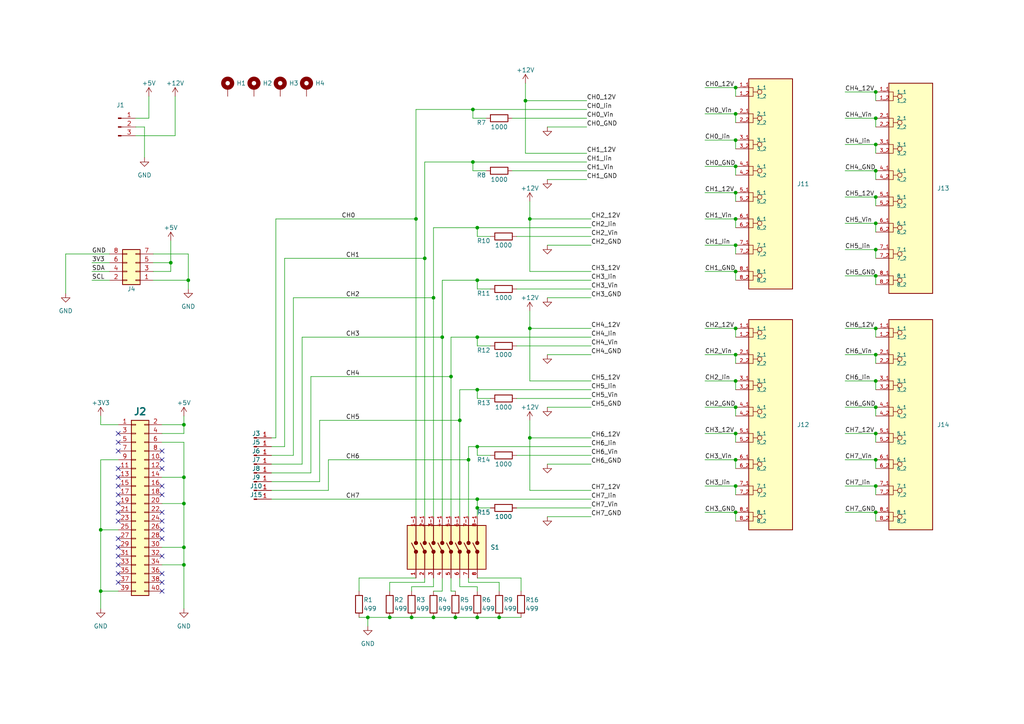
<source format=kicad_sch>
(kicad_sch (version 20250114) (generator "eeschema") (generator_version "9.0")
  (paper "A4")
  (title_block (title "DAQHat") (date "2025-05-28"))
  (lib_symbols
    (symbol "1862107:1862107" (pin_names (offset 1.016))
      (property "Reference" "J" (at -6.85 30.48 0))
      (property "Value" "1862107" (at -6.35 -33.02 0))
      (symbol "1862107_0_0"
        (rectangle (start -6.35 -30.48) (end 6.35 30.48) (stroke (width 0.254)) (fill (type background)))
        (polyline (pts (xy -5.08 27.94) (xy -5.08 25.4)) (stroke (width 0.1524)))
        (polyline (pts (xy -5.08 26.67) (xy -3.81 26.67)) (stroke (width 0.1524)))
        (polyline (pts (xy -5.08 20.32) (xy -5.08 17.78)) (stroke (width 0.1524)))
        (polyline (pts (xy -5.08 19.05) (xy -3.81 19.05)) (stroke (width 0.1524)))
        (polyline (pts (xy -5.08 12.7) (xy -5.08 10.16)) (stroke (width 0.1524)))
        (polyline (pts (xy -5.08 11.43) (xy -3.81 11.43)) (stroke (width 0.1524)))
        (polyline (pts (xy -5.08 5.08) (xy -5.08 2.54)) (stroke (width 0.1524)))
        (polyline (pts (xy -5.08 3.81) (xy -3.81 3.81)) (stroke (width 0.1524)))
        (polyline (pts (xy -5.08 -2.54) (xy -5.08 -5.08)) (stroke (width 0.1524)))
        (polyline (pts (xy -5.08 -3.81) (xy -3.81 -3.81)) (stroke (width 0.1524)))
        (polyline (pts (xy -5.08 -10.16) (xy -5.08 -12.7)) (stroke (width 0.1524)))
        (polyline (pts (xy -5.08 -11.43) (xy -3.81 -11.43)) (stroke (width 0.1524)))
        (polyline (pts (xy -5.08 -17.78) (xy -5.08 -20.32)) (stroke (width 0.1524)))
        (polyline (pts (xy -5.08 -19.05) (xy -3.81 -19.05)) (stroke (width 0.1524)))
        (polyline (pts (xy -5.08 -25.4) (xy -5.08 -27.94)) (stroke (width 0.1524)))
        (polyline (pts (xy -5.08 -26.67) (xy -3.81 -26.67)) (stroke (width 0.1524)))
        (circle (center -3.175 26.67) (radius 0.635) (stroke (width 0.1524)))
        (circle (center -3.175 19.05) (radius 0.635) (stroke (width 0.1524)))
        (circle (center -3.175 11.43) (radius 0.635) (stroke (width 0.1524)))
        (circle (center -3.175 3.81) (radius 0.635) (stroke (width 0.1524)))
        (circle (center -3.175 -3.81) (radius 0.635) (stroke (width 0.1524)))
        (circle (center -3.175 -11.43) (radius 0.635) (stroke (width 0.1524)))
        (circle (center -3.175 -19.05) (radius 0.635) (stroke (width 0.1524)))
        (circle (center -3.175 -26.67) (radius 0.635) (stroke (width 0.1524)))
        (pin passive line (at -10.16 27.94 0) (length 5.08) (name "1_1") (number "1_1"))
        (pin passive line (at -10.16 25.4 0) (length 5.08) (name "1_2") (number "1_2"))
        (pin passive line (at -10.16 20.32 0) (length 5.08) (name "2_1") (number "2_1"))
        (pin passive line (at -10.16 17.78 0) (length 5.08) (name "2_2") (number "2_2"))
        (pin passive line (at -10.16 12.7 0) (length 5.08) (name "3_1") (number "3_1"))
        (pin passive line (at -10.16 10.16 0) (length 5.08) (name "3_2") (number "3_2"))
        (pin passive line (at -10.16 5.08 0) (length 5.08) (name "4_1") (number "4_1"))
        (pin passive line (at -10.16 2.54 0) (length 5.08) (name "4_2") (number "4_2"))
        (pin passive line (at -10.16 -2.54 0) (length 5.08) (name "5_1") (number "5_1"))
        (pin passive line (at -10.16 -5.08 0) (length 5.08) (name "5_2") (number "5_2"))
        (pin passive line (at -10.16 -10.16 0) (length 5.08) (name "6_1") (number "6_1"))
        (pin passive line (at -10.16 -12.7 0) (length 5.08) (name "6_2") (number "6_2"))
        (pin passive line (at -10.16 -17.78 0) (length 5.08) (name "7_1") (number "7_1"))
        (pin passive line (at -10.16 -20.32 0) (length 5.08) (name "7_2") (number "7_2"))
        (pin passive line (at -10.16 -25.4 0) (length 5.08) (name "8_1") (number "8_1"))
        (pin passive line (at -10.16 -27.94 0) (length 5.08) (name "8_2") (number "8_2"))
      )
    )
    (symbol "ADE0804:ADE0804" (pin_names (offset 1.016))
      (property "Reference" "S" (at -4.83 14.2359 0))
      (property "Value" "ADE0804" (at -5.0804 -12.7011 0))
      (symbol "ADE0804_0_0"
        (polyline (pts (xy -5.08 10.16) (xy 0 10.16)) (stroke (width 0.254)))
        (polyline (pts (xy -5.08 7.62) (xy 0 7.62)) (stroke (width 0.254)))
        (polyline (pts (xy -5.08 5.08) (xy 0 5.08)) (stroke (width 0.254)))
        (polyline (pts (xy -5.08 2.54) (xy 0 2.54)) (stroke (width 0.254)))
        (polyline (pts (xy -5.08 0) (xy 0 0)) (stroke (width 0.254)))
        (polyline (pts (xy -5.08 -2.54) (xy 0 -2.54)) (stroke (width 0.254)))
        (polyline (pts (xy -5.08 -5.08) (xy 0 -5.08)) (stroke (width 0.254)))
        (polyline (pts (xy -5.08 -7.62) (xy 0 -7.62)) (stroke (width 0.254)))
        (rectangle (start -5.08 -10.16) (end 7.62 12.7) (stroke (width 0.254)) (fill (type background)))
        (circle (center 0 10.16) (radius 0.1) (stroke (width 0.5)))
        (polyline (pts (xy 0 10.16) (xy 2.54 11.43)) (stroke (width 0.254)))
        (circle (center 0 7.62) (radius 0.1) (stroke (width 0.5)))
        (polyline (pts (xy 0 7.62) (xy 2.54 8.89)) (stroke (width 0.254)))
        (circle (center 0 5.08) (radius 0.1) (stroke (width 0.5)))
        (polyline (pts (xy 0 5.08) (xy 2.54 6.35)) (stroke (width 0.254)))
        (circle (center 0 2.54) (radius 0.1) (stroke (width 0.5)))
        (polyline (pts (xy 0 2.54) (xy 2.54 3.81)) (stroke (width 0.254)))
        (polyline (pts (xy 0 0) (xy 2.54 1.27)) (stroke (width 0.254)))
        (circle (center 0 0) (radius 0.1) (stroke (width 0.5)))
        (polyline (pts (xy 0 -2.54) (xy 2.54 -1.27)) (stroke (width 0.254)))
        (circle (center 0 -2.54) (radius 0.1) (stroke (width 0.5)))
        (polyline (pts (xy 0 -5.08) (xy 2.54 -3.81)) (stroke (width 0.254)))
        (circle (center 0 -5.08) (radius 0.1) (stroke (width 0.5)))
        (polyline (pts (xy 0 -7.62) (xy 2.54 -6.35)) (stroke (width 0.254)))
        (circle (center 0 -7.62) (radius 0.1) (stroke (width 0.5)))
        (polyline (pts (xy 2.54 10.16) (xy 7.62 10.16)) (stroke (width 0.254)))
        (circle (center 2.54 10.16) (radius 0.1) (stroke (width 0.5)))
        (polyline (pts (xy 2.54 7.62) (xy 7.62 7.62)) (stroke (width 0.254)))
        (circle (center 2.54 7.62) (radius 0.1) (stroke (width 0.5)))
        (polyline (pts (xy 2.54 5.08) (xy 7.62 5.08)) (stroke (width 0.254)))
        (circle (center 2.54 5.08) (radius 0.1) (stroke (width 0.5)))
        (polyline (pts (xy 2.54 2.54) (xy 7.62 2.54)) (stroke (width 0.254)))
        (circle (center 2.54 2.54) (radius 0.1) (stroke (width 0.5)))
        (polyline (pts (xy 2.54 0) (xy 7.62 0)) (stroke (width 0.254)))
        (circle (center 2.54 0) (radius 0.1) (stroke (width 0.5)))
        (polyline (pts (xy 2.54 -2.54) (xy 7.62 -2.54)) (stroke (width 0.254)))
        (circle (center 2.54 -2.54) (radius 0.1) (stroke (width 0.5)))
        (polyline (pts (xy 2.54 -5.08) (xy 7.62 -5.08)) (stroke (width 0.254)))
        (circle (center 2.54 -5.08) (radius 0.1) (stroke (width 0.5)))
        (polyline (pts (xy 2.54 -7.62) (xy 7.62 -7.62)) (stroke (width 0.254)))
        (circle (center 2.54 -7.62) (radius 0.1) (stroke (width 0.5)))
        (pin passive line (at -7.62 10.16 0) (length 2.54) (name "~") (number "1"))
        (pin passive line (at -7.62 7.62 0) (length 2.54) (name "~") (number "2"))
        (pin passive line (at -7.62 5.08 0) (length 2.54) (name "~") (number "3"))
        (pin passive line (at -7.62 2.54 0) (length 2.54) (name "~") (number "4"))
        (pin passive line (at -7.62 0 0) (length 2.54) (name "~") (number "5"))
        (pin passive line (at -7.62 -2.54 0) (length 2.54) (name "~") (number "6"))
        (pin passive line (at -7.62 -5.08 0) (length 2.54) (name "~") (number "7"))
        (pin passive line (at -7.62 -7.62 0) (length 2.54) (name "~") (number "8"))
        (pin passive line (at 10.16 10.16 180) (length 2.54) (name "~") (number "1-1"))
        (pin passive line (at 10.16 7.62 180) (length 2.54) (name "~") (number "2-1"))
        (pin passive line (at 10.16 5.08 180) (length 2.54) (name "~") (number "3-1"))
        (pin passive line (at 10.16 2.54 180) (length 2.54) (name "~") (number "4-1"))
        (pin passive line (at 10.16 0 180) (length 2.54) (name "~") (number "5-1"))
        (pin passive line (at 10.16 -2.54 180) (length 2.54) (name "~") (number "6-1"))
        (pin passive line (at 10.16 -5.08 180) (length 2.54) (name "~") (number "7-1"))
        (pin passive line (at 10.16 -7.62 180) (length 2.54) (name "~") (number "8-1"))
      )
    )
    (symbol "Connector:Conn_01x01_Pin" (pin_names (offset 1.016) (hide yes))
      (property "Reference" "J" (at 0 2.54 0))
      (property "Value" "Conn_01x01_Pin" (at 0 -2.54 0))
      (symbol "Conn_01x01_Pin_1_1"
        (rectangle (start 0.8636 0.127) (end 0 -0.127) (stroke (width 0.1524)) (fill (type outline)))
        (polyline (pts (xy 1.27 0) (xy 0.8636 0)) (stroke (width 0.1524)))
        (pin passive line (at 5.08 0 180) (length 3.81) (name "Pin_1") (number "1"))
      )
    )
    (symbol "Connector:Conn_01x03_Pin" (pin_names (offset 1.016) (hide yes))
      (property "Reference" "J" (at 0 5.08 0))
      (property "Value" "Conn_01x03_Pin" (at 0 -5.08 0))
      (symbol "Conn_01x03_Pin_1_1"
        (rectangle (start 0.8636 2.667) (end 0 2.413) (stroke (width 0.1524)) (fill (type outline)))
        (rectangle (start 0.8636 0.127) (end 0 -0.127) (stroke (width 0.1524)) (fill (type outline)))
        (rectangle (start 0.8636 -2.413) (end 0 -2.667) (stroke (width 0.1524)) (fill (type outline)))
        (polyline (pts (xy 1.27 2.54) (xy 0.8636 2.54)) (stroke (width 0.1524)))
        (polyline (pts (xy 1.27 0) (xy 0.8636 0)) (stroke (width 0.1524)))
        (polyline (pts (xy 1.27 -2.54) (xy 0.8636 -2.54)) (stroke (width 0.1524)))
        (pin passive line (at 5.08 2.54 180) (length 3.81) (name "Pin_1") (number "1"))
        (pin passive line (at 5.08 0 180) (length 3.81) (name "Pin_2") (number "2"))
        (pin passive line (at 5.08 -2.54 180) (length 3.81) (name "Pin_3") (number "3"))
      )
    )
    (symbol "Connector_Generic:Conn_02x04_Odd_Even" (pin_names (offset 1.016) (hide yes))
      (property "Reference" "J" (at 1.27 5.08 0))
      (property "Value" "Conn_02x04_Odd_Even" (at 1.27 -7.62 0))
      (symbol "Conn_02x04_Odd_Even_1_1"
        (rectangle (start -1.27 3.81) (end 3.81 -6.35) (stroke (width 0.254)) (fill (type background)))
        (rectangle (start -1.27 2.667) (end 0 2.413) (stroke (width 0.1524)))
        (rectangle (start -1.27 0.127) (end 0 -0.127) (stroke (width 0.1524)))
        (rectangle (start -1.27 -2.413) (end 0 -2.667) (stroke (width 0.1524)))
        (rectangle (start -1.27 -4.953) (end 0 -5.207) (stroke (width 0.1524)))
        (rectangle (start 3.81 2.667) (end 2.54 2.413) (stroke (width 0.1524)))
        (rectangle (start 3.81 0.127) (end 2.54 -0.127) (stroke (width 0.1524)))
        (rectangle (start 3.81 -2.413) (end 2.54 -2.667) (stroke (width 0.1524)))
        (rectangle (start 3.81 -4.953) (end 2.54 -5.207) (stroke (width 0.1524)))
        (pin passive line (at -5.08 2.54 0) (length 3.81) (name "Pin_1") (number "1"))
        (pin passive line (at -5.08 0 0) (length 3.81) (name "Pin_3") (number "3"))
        (pin passive line (at -5.08 -2.54 0) (length 3.81) (name "Pin_5") (number "5"))
        (pin passive line (at -5.08 -5.08 0) (length 3.81) (name "Pin_7") (number "7"))
        (pin passive line (at 7.62 2.54 180) (length 3.81) (name "Pin_2") (number "2"))
        (pin passive line (at 7.62 0 180) (length 3.81) (name "Pin_4") (number "4"))
        (pin passive line (at 7.62 -2.54 180) (length 3.81) (name "Pin_6") (number "6"))
        (pin passive line (at 7.62 -5.08 180) (length 3.81) (name "Pin_8") (number "8"))
      )
    )
    (symbol "Connector_Generic:Conn_02x20_Odd_Even" (pin_names (offset 1.016) (hide yes))
      (property "Reference" "J" (at 1.27 25.4 0))
      (property "Value" "Conn_02x20_Odd_Even" (at 1.27 -27.94 0))
      (symbol "Conn_02x20_Odd_Even_1_1"
        (rectangle (start -1.27 24.13) (end 3.81 -26.67) (stroke (width 0.254)) (fill (type background)))
        (rectangle (start -1.27 22.987) (end 0 22.733) (stroke (width 0.1524)))
        (rectangle (start -1.27 20.447) (end 0 20.193) (stroke (width 0.1524)))
        (rectangle (start -1.27 17.907) (end 0 17.653) (stroke (width 0.1524)))
        (rectangle (start -1.27 15.367) (end 0 15.113) (stroke (width 0.1524)))
        (rectangle (start -1.27 12.827) (end 0 12.573) (stroke (width 0.1524)))
        (rectangle (start -1.27 10.287) (end 0 10.033) (stroke (width 0.1524)))
        (rectangle (start -1.27 7.747) (end 0 7.493) (stroke (width 0.1524)))
        (rectangle (start -1.27 5.207) (end 0 4.953) (stroke (width 0.1524)))
        (rectangle (start -1.27 2.667) (end 0 2.413) (stroke (width 0.1524)))
        (rectangle (start -1.27 0.127) (end 0 -0.127) (stroke (width 0.1524)))
        (rectangle (start -1.27 -2.413) (end 0 -2.667) (stroke (width 0.1524)))
        (rectangle (start -1.27 -4.953) (end 0 -5.207) (stroke (width 0.1524)))
        (rectangle (start -1.27 -7.493) (end 0 -7.747) (stroke (width 0.1524)))
        (rectangle (start -1.27 -10.033) (end 0 -10.287) (stroke (width 0.1524)))
        (rectangle (start -1.27 -12.573) (end 0 -12.827) (stroke (width 0.1524)))
        (rectangle (start -1.27 -15.113) (end 0 -15.367) (stroke (width 0.1524)))
        (rectangle (start -1.27 -17.653) (end 0 -17.907) (stroke (width 0.1524)))
        (rectangle (start -1.27 -20.193) (end 0 -20.447) (stroke (width 0.1524)))
        (rectangle (start -1.27 -22.733) (end 0 -22.987) (stroke (width 0.1524)))
        (rectangle (start -1.27 -25.273) (end 0 -25.527) (stroke (width 0.1524)))
        (rectangle (start 3.81 22.987) (end 2.54 22.733) (stroke (width 0.1524)))
        (rectangle (start 3.81 20.447) (end 2.54 20.193) (stroke (width 0.1524)))
        (rectangle (start 3.81 17.907) (end 2.54 17.653) (stroke (width 0.1524)))
        (rectangle (start 3.81 15.367) (end 2.54 15.113) (stroke (width 0.1524)))
        (rectangle (start 3.81 12.827) (end 2.54 12.573) (stroke (width 0.1524)))
        (rectangle (start 3.81 10.287) (end 2.54 10.033) (stroke (width 0.1524)))
        (rectangle (start 3.81 7.747) (end 2.54 7.493) (stroke (width 0.1524)))
        (rectangle (start 3.81 5.207) (end 2.54 4.953) (stroke (width 0.1524)))
        (rectangle (start 3.81 2.667) (end 2.54 2.413) (stroke (width 0.1524)))
        (rectangle (start 3.81 0.127) (end 2.54 -0.127) (stroke (width 0.1524)))
        (rectangle (start 3.81 -2.413) (end 2.54 -2.667) (stroke (width 0.1524)))
        (rectangle (start 3.81 -4.953) (end 2.54 -5.207) (stroke (width 0.1524)))
        (rectangle (start 3.81 -7.493) (end 2.54 -7.747) (stroke (width 0.1524)))
        (rectangle (start 3.81 -10.033) (end 2.54 -10.287) (stroke (width 0.1524)))
        (rectangle (start 3.81 -12.573) (end 2.54 -12.827) (stroke (width 0.1524)))
        (rectangle (start 3.81 -15.113) (end 2.54 -15.367) (stroke (width 0.1524)))
        (rectangle (start 3.81 -17.653) (end 2.54 -17.907) (stroke (width 0.1524)))
        (rectangle (start 3.81 -20.193) (end 2.54 -20.447) (stroke (width 0.1524)))
        (rectangle (start 3.81 -22.733) (end 2.54 -22.987) (stroke (width 0.1524)))
        (rectangle (start 3.81 -25.273) (end 2.54 -25.527) (stroke (width 0.1524)))
        (pin passive line (at -5.08 22.86 0) (length 3.81) (name "Pin_1") (number "1"))
        (pin passive line (at -5.08 20.32 0) (length 3.81) (name "Pin_3") (number "3"))
        (pin passive line (at -5.08 17.78 0) (length 3.81) (name "Pin_5") (number "5"))
        (pin passive line (at -5.08 15.24 0) (length 3.81) (name "Pin_7") (number "7"))
        (pin passive line (at -5.08 12.7 0) (length 3.81) (name "Pin_9") (number "9"))
        (pin passive line (at -5.08 10.16 0) (length 3.81) (name "Pin_11") (number "11"))
        (pin passive line (at -5.08 7.62 0) (length 3.81) (name "Pin_13") (number "13"))
        (pin passive line (at -5.08 5.08 0) (length 3.81) (name "Pin_15") (number "15"))
        (pin passive line (at -5.08 2.54 0) (length 3.81) (name "Pin_17") (number "17"))
        (pin passive line (at -5.08 0 0) (length 3.81) (name "Pin_19") (number "19"))
        (pin passive line (at -5.08 -2.54 0) (length 3.81) (name "Pin_21") (number "21"))
        (pin passive line (at -5.08 -5.08 0) (length 3.81) (name "Pin_23") (number "23"))
        (pin passive line (at -5.08 -7.62 0) (length 3.81) (name "Pin_25") (number "25"))
        (pin passive line (at -5.08 -10.16 0) (length 3.81) (name "Pin_27") (number "27"))
        (pin passive line (at -5.08 -12.7 0) (length 3.81) (name "Pin_29") (number "29"))
        (pin passive line (at -5.08 -15.24 0) (length 3.81) (name "Pin_31") (number "31"))
        (pin passive line (at -5.08 -17.78 0) (length 3.81) (name "Pin_33") (number "33"))
        (pin passive line (at -5.08 -20.32 0) (length 3.81) (name "Pin_35") (number "35"))
        (pin passive line (at -5.08 -22.86 0) (length 3.81) (name "Pin_37") (number "37"))
        (pin passive line (at -5.08 -25.4 0) (length 3.81) (name "Pin_39") (number "39"))
        (pin passive line (at 7.62 22.86 180) (length 3.81) (name "Pin_2") (number "2"))
        (pin passive line (at 7.62 20.32 180) (length 3.81) (name "Pin_4") (number "4"))
        (pin passive line (at 7.62 17.78 180) (length 3.81) (name "Pin_6") (number "6"))
        (pin passive line (at 7.62 15.24 180) (length 3.81) (name "Pin_8") (number "8"))
        (pin passive line (at 7.62 12.7 180) (length 3.81) (name "Pin_10") (number "10"))
        (pin passive line (at 7.62 10.16 180) (length 3.81) (name "Pin_12") (number "12"))
        (pin passive line (at 7.62 7.62 180) (length 3.81) (name "Pin_14") (number "14"))
        (pin passive line (at 7.62 5.08 180) (length 3.81) (name "Pin_16") (number "16"))
        (pin passive line (at 7.62 2.54 180) (length 3.81) (name "Pin_18") (number "18"))
        (pin passive line (at 7.62 0 180) (length 3.81) (name "Pin_20") (number "20"))
        (pin passive line (at 7.62 -2.54 180) (length 3.81) (name "Pin_22") (number "22"))
        (pin passive line (at 7.62 -5.08 180) (length 3.81) (name "Pin_24") (number "24"))
        (pin passive line (at 7.62 -7.62 180) (length 3.81) (name "Pin_26") (number "26"))
        (pin passive line (at 7.62 -10.16 180) (length 3.81) (name "Pin_28") (number "28"))
        (pin passive line (at 7.62 -12.7 180) (length 3.81) (name "Pin_30") (number "30"))
        (pin passive line (at 7.62 -15.24 180) (length 3.81) (name "Pin_32") (number "32"))
        (pin passive line (at 7.62 -17.78 180) (length 3.81) (name "Pin_34") (number "34"))
        (pin passive line (at 7.62 -20.32 180) (length 3.81) (name "Pin_36") (number "36"))
        (pin passive line (at 7.62 -22.86 180) (length 3.81) (name "Pin_38") (number "38"))
        (pin passive line (at 7.62 -25.4 180) (length 3.81) (name "Pin_40") (number "40"))
      )
    )
    (symbol "Device:R" (pin_numbers (hide yes)) (pin_names (offset 0))
      (property "Reference" "R" (at 2.032 0 90))
      (property "Value" "R" (at 0 0 90))
      (symbol "R_0_1"
        (rectangle (start -1.016 -2.54) (end 1.016 2.54) (stroke (width 0.254)))
      )
      (symbol "R_1_1"
        (pin passive line (at 0 3.81 270) (length 1.27) (name "~") (number "1"))
        (pin passive line (at 0 -3.81 90) (length 1.27) (name "~") (number "2"))
      )
    )
    (symbol "Mechanical:MountingHole_Pad_MP" (pin_numbers (hide yes)) (pin_names (offset 1.016) (hide yes)) (in_bom no)
      (property "Reference" "H" (at 0 6.35 0))
      (property "Value" "MountingHole_Pad_MP" (at 0 4.445 0))
      (symbol "MountingHole_Pad_MP_0_1"
        (circle (center 0 1.27) (radius 1.27) (stroke (width 1.27)))
      )
      (symbol "MountingHole_Pad_MP_1_1"
        (pin input line (at 0 -2.54 90) (length 2.54) (name "MP") (number "MP"))
      )
    )
    (symbol "power:+12V" (power) (pin_names (offset 0))
      (property "Value" "+12V" (at 0 3.556 0))
      (symbol "+12V_0_1"
        (polyline (pts (xy -0.762 1.27) (xy 0 2.54)))
        (polyline (pts (xy 0 2.54) (xy 0.762 1.27)))
        (polyline (pts (xy 0 0) (xy 0 2.54)))
      )
      (symbol "+12V_1_1"
        (pin power_in line (at 0 0 90) (length 0) (hide yes) (name "+12V") (number "1"))
      )
    )
    (symbol "power:+3V3" (power) (pin_names (offset 0))
      (property "Value" "+3V3" (at 0 3.556 0))
      (symbol "+3V3_0_1"
        (polyline (pts (xy -0.762 1.27) (xy 0 2.54)))
        (polyline (pts (xy 0 2.54) (xy 0.762 1.27)))
        (polyline (pts (xy 0 0) (xy 0 2.54)))
      )
      (symbol "+3V3_1_1"
        (pin power_in line (at 0 0 90) (length 0) (hide yes) (name "+3V3") (number "1"))
      )
    )
    (symbol "power:+5V" (power) (pin_names (offset 0))
      (property "Value" "+5V" (at 0 3.556 0))
      (symbol "+5V_0_1"
        (polyline (pts (xy -0.762 1.27) (xy 0 2.54)))
        (polyline (pts (xy 0 2.54) (xy 0.762 1.27)))
        (polyline (pts (xy 0 0) (xy 0 2.54)))
      )
      (symbol "+5V_1_1"
        (pin power_in line (at 0 0 90) (length 0) (hide yes) (name "+5V") (number "1"))
      )
    )
    (symbol "power:GND" (power) (pin_names (offset 0))
      (property "Value" "GND" (at 0 -3.81 0))
      (symbol "GND_0_1"
        (polyline (pts (xy 0 0) (xy 0 -1.27) (xy 1.27 -1.27) (xy 0 -2.54) (xy -1.27 -1.27) (xy 0 -1.27)))
      )
      (symbol "GND_1_1"
        (pin power_in line (at 0 0 270) (length 0) (hide yes) (name "GND") (number "1"))
      )
    )
  )
  (junction (at 213.36 25.4))
  (junction (at 138.43 147.32))
  (junction (at 137.16 31.75))
  (junction (at 213.36 40.64))
  (junction (at 138.43 97.79))
  (junction (at 254 118.11))
  (junction (at 53.34 158.75))
  (junction (at 53.34 146.05))
  (junction (at 130.81 109.22))
  (junction (at 254 95.25))
  (junction (at 138.43 113.03))
  (junction (at 213.36 48.26))
  (junction (at 138.43 144.78))
  (junction (at 29.21 153.67))
  (junction (at 254 102.87))
  (junction (at 53.34 123.19))
  (junction (at 213.36 95.25))
  (junction (at 254 133.35))
  (junction (at 54.61 81.28))
  (junction (at 254 49.53))
  (junction (at 254 41.91))
  (junction (at 213.36 140.97))
  (junction (at 138.43 179.07))
  (junction (at 213.36 55.88))
  (junction (at 254 140.97))
  (junction (at 125.73 86.36))
  (junction (at 254 80.01))
  (junction (at 153.67 127))
  (junction (at 213.36 33.02))
  (junction (at 133.35 121.92))
  (junction (at 120.65 63.5))
  (junction (at 213.36 125.73))
  (junction (at 213.36 148.59))
  (junction (at 144.78 179.07))
  (junction (at 254 26.67))
  (junction (at 213.36 63.5))
  (junction (at 153.67 63.5))
  (junction (at 254 125.73))
  (junction (at 152.4 29.21))
  (junction (at 254 57.15))
  (junction (at 128.27 97.79))
  (junction (at 137.16 46.99))
  (junction (at 138.43 66.04))
  (junction (at 138.43 129.54))
  (junction (at 53.34 138.43))
  (junction (at 119.38 179.07))
  (junction (at 125.73 179.07))
  (junction (at 254 110.49))
  (junction (at 213.36 110.49))
  (junction (at 254 72.39))
  (junction (at 113.03 179.07))
  (junction (at 29.21 171.45))
  (junction (at 49.53 76.2))
  (junction (at 106.68 179.07))
  (junction (at 213.36 71.12))
  (junction (at 132.08 179.07))
  (junction (at 213.36 133.35))
  (junction (at 254 64.77))
  (junction (at 254 34.29))
  (junction (at 213.36 118.11))
  (junction (at 254 148.59))
  (junction (at 213.36 78.74))
  (junction (at 53.34 163.83))
  (junction (at 138.43 81.28))
  (junction (at 213.36 102.87))
  (junction (at 123.19 74.93))
  (junction (at 153.67 95.25))
  (junction (at 135.89 133.35))
  (no_connect (at 34.29 125.73))
  (no_connect (at 46.99 156.21))
  (no_connect (at 46.99 171.45))
  (no_connect (at 46.99 161.29))
  (no_connect (at 34.29 135.89))
  (no_connect (at 34.29 163.83))
  (no_connect (at 34.29 128.27))
  (no_connect (at 46.99 151.13))
  (no_connect (at 34.29 166.37))
  (no_connect (at 34.29 168.91))
  (no_connect (at 34.29 130.81))
  (no_connect (at 34.29 151.13))
  (no_connect (at 46.99 140.97))
  (no_connect (at 34.29 161.29))
  (no_connect (at 34.29 138.43))
  (no_connect (at 34.29 158.75))
  (no_connect (at 34.29 146.05))
  (no_connect (at 46.99 153.67))
  (no_connect (at 34.29 148.59))
  (no_connect (at 34.29 143.51))
  (no_connect (at 34.29 156.21))
  (no_connect (at 46.99 168.91))
  (no_connect (at 46.99 148.59))
  (no_connect (at 46.99 130.81))
  (no_connect (at 46.99 133.35))
  (no_connect (at 46.99 135.89))
  (no_connect (at 46.99 143.51))
  (no_connect (at 46.99 166.37))
  (no_connect (at 34.29 140.97))
  (wire (pts (xy 78.74 137.16) (xy 90.17 137.16)))
  (wire (pts (xy 137.16 49.53) (xy 137.16 46.99)))
  (wire (pts (xy 213.36 78.74) (xy 213.36 81.28)))
  (wire (pts (xy 152.4 24.13) (xy 152.4 29.21)))
  (wire (pts (xy 43.18 34.29) (xy 43.18 27.94)))
  (wire (pts (xy 149.86 132.08) (xy 171.45 132.08)))
  (wire (pts (xy 245.11 140.97) (xy 254 140.97)))
  (wire (pts (xy 142.24 115.57) (xy 138.43 115.57)))
  (wire (pts (xy 213.36 148.59) (xy 213.36 151.13)))
  (wire (pts (xy 133.35 167.64) (xy 133.35 170.18)))
  (wire (pts (xy 204.47 110.49) (xy 213.36 110.49)))
  (wire (pts (xy 204.47 95.25) (xy 213.36 95.25)))
  (wire (pts (xy 245.11 118.11) (xy 254 118.11)))
  (wire (pts (xy 133.35 170.18) (xy 138.43 170.18)))
  (wire (pts (xy 152.4 29.21) (xy 170.18 29.21)))
  (wire (pts (xy 132.08 179.07) (xy 138.43 179.07)))
  (wire (pts (xy 213.36 118.11) (xy 213.36 120.65)))
  (wire (pts (xy 92.71 121.92) (xy 92.71 139.7)))
  (wire (pts (xy 53.34 158.75) (xy 53.34 146.05)))
  (wire (pts (xy 138.43 113.03) (xy 133.35 113.03)))
  (wire (pts (xy 204.47 102.87) (xy 213.36 102.87)))
  (wire (pts (xy 153.67 110.49) (xy 171.45 110.49)))
  (wire (pts (xy 204.47 48.26) (xy 213.36 48.26)))
  (wire (pts (xy 158.75 102.87) (xy 171.45 102.87)))
  (wire (pts (xy 39.37 34.29) (xy 43.18 34.29)))
  (wire (pts (xy 82.55 129.54) (xy 82.55 74.93)))
  (wire (pts (xy 19.05 73.66) (xy 31.75 73.66)))
  (wire (pts (xy 120.65 31.75) (xy 137.16 31.75)))
  (wire (pts (xy 53.34 158.75) (xy 46.99 158.75)))
  (wire (pts (xy 245.11 95.25) (xy 254 95.25)))
  (wire (pts (xy 44.45 78.74) (xy 49.53 78.74)))
  (wire (pts (xy 158.75 52.07) (xy 170.18 52.07)))
  (wire (pts (xy 158.75 71.12) (xy 171.45 71.12)))
  (wire (pts (xy 254 80.01) (xy 254 82.55)))
  (wire (pts (xy 119.38 170.18) (xy 119.38 171.45)))
  (wire (pts (xy 152.4 29.21) (xy 152.4 44.45)))
  (wire (pts (xy 153.67 127) (xy 153.67 142.24)))
  (wire (pts (xy 90.17 109.22) (xy 130.81 109.22)))
  (wire (pts (xy 254 118.11) (xy 254 120.65)))
  (wire (pts (xy 153.67 90.17) (xy 153.67 95.25)))
  (wire (pts (xy 90.17 137.16) (xy 90.17 109.22)))
  (wire (pts (xy 29.21 133.35) (xy 34.29 133.35)))
  (wire (pts (xy 153.67 63.5) (xy 171.45 63.5)))
  (wire (pts (xy 106.68 179.07) (xy 106.68 181.61)))
  (wire (pts (xy 29.21 171.45) (xy 29.21 153.67)))
  (wire (pts (xy 213.36 125.73) (xy 213.36 128.27)))
  (wire (pts (xy 213.36 140.97) (xy 213.36 143.51)))
  (wire (pts (xy 87.63 134.62) (xy 87.63 97.79)))
  (wire (pts (xy 138.43 68.58) (xy 138.43 66.04)))
  (wire (pts (xy 53.34 163.83) (xy 46.99 163.83)))
  (wire (pts (xy 245.11 34.29) (xy 254 34.29)))
  (wire (pts (xy 133.35 113.03) (xy 133.35 121.92)))
  (wire (pts (xy 120.65 63.5) (xy 120.65 149.86)))
  (wire (pts (xy 85.09 132.08) (xy 85.09 86.36)))
  (wire (pts (xy 138.43 144.78) (xy 171.45 144.78)))
  (wire (pts (xy 78.74 134.62) (xy 87.63 134.62)))
  (wire (pts (xy 53.34 128.27) (xy 46.99 128.27)))
  (wire (pts (xy 153.67 142.24) (xy 171.45 142.24)))
  (wire (pts (xy 135.89 168.91) (xy 144.78 168.91)))
  (wire (pts (xy 213.36 95.25) (xy 213.36 97.79)))
  (wire (pts (xy 152.4 44.45) (xy 170.18 44.45)))
  (wire (pts (xy 54.61 83.82) (xy 54.61 81.28)))
  (wire (pts (xy 128.27 97.79) (xy 128.27 149.86)))
  (wire (pts (xy 53.34 138.43) (xy 46.99 138.43)))
  (wire (pts (xy 104.14 179.07) (xy 106.68 179.07)))
  (wire (pts (xy 254 64.77) (xy 254 67.31)))
  (wire (pts (xy 95.25 133.35) (xy 95.25 142.24)))
  (wire (pts (xy 204.47 140.97) (xy 213.36 140.97)))
  (wire (pts (xy 39.37 36.83) (xy 41.91 36.83)))
  (wire (pts (xy 158.75 134.62) (xy 171.45 134.62)))
  (wire (pts (xy 50.8 27.94) (xy 50.8 39.37)))
  (wire (pts (xy 213.36 33.02) (xy 213.36 35.56)))
  (wire (pts (xy 153.67 78.74) (xy 171.45 78.74)))
  (wire (pts (xy 128.27 81.28) (xy 128.27 97.79)))
  (wire (pts (xy 149.86 147.32) (xy 171.45 147.32)))
  (wire (pts (xy 138.43 129.54) (xy 171.45 129.54)))
  (wire (pts (xy 50.8 39.37) (xy 39.37 39.37)))
  (wire (pts (xy 46.99 125.73) (xy 53.34 125.73)))
  (wire (pts (xy 245.11 57.15) (xy 254 57.15)))
  (wire (pts (xy 254 140.97) (xy 254 143.51)))
  (wire (pts (xy 85.09 86.36) (xy 125.73 86.36)))
  (wire (pts (xy 53.34 163.83) (xy 53.34 158.75)))
  (wire (pts (xy 135.89 129.54) (xy 135.89 133.35)))
  (wire (pts (xy 153.67 58.42) (xy 153.67 63.5)))
  (wire (pts (xy 254 57.15) (xy 254 59.69)))
  (wire (pts (xy 29.21 171.45) (xy 34.29 171.45)))
  (wire (pts (xy 204.47 71.12) (xy 213.36 71.12)))
  (wire (pts (xy 254 34.29) (xy 254 36.83)))
  (wire (pts (xy 153.67 127) (xy 171.45 127)))
  (wire (pts (xy 78.74 139.7) (xy 92.71 139.7)))
  (wire (pts (xy 54.61 81.28) (xy 54.61 73.66)))
  (wire (pts (xy 125.73 86.36) (xy 125.73 149.86)))
  (wire (pts (xy 125.73 170.18) (xy 119.38 170.18)))
  (wire (pts (xy 213.36 55.88) (xy 213.36 58.42)))
  (wire (pts (xy 138.43 100.33) (xy 138.43 97.79)))
  (wire (pts (xy 149.86 83.82) (xy 171.45 83.82)))
  (wire (pts (xy 26.67 76.2) (xy 31.75 76.2)))
  (wire (pts (xy 254 110.49) (xy 254 113.03)))
  (wire (pts (xy 153.67 121.92) (xy 153.67 127)))
  (wire (pts (xy 138.43 170.18) (xy 138.43 171.45)))
  (wire (pts (xy 123.19 46.99) (xy 123.19 74.93)))
  (wire (pts (xy 138.43 81.28) (xy 171.45 81.28)))
  (wire (pts (xy 78.74 144.78) (xy 138.43 144.78)))
  (wire (pts (xy 245.11 125.73) (xy 254 125.73)))
  (wire (pts (xy 213.36 71.12) (xy 213.36 73.66)))
  (wire (pts (xy 78.74 129.54) (xy 82.55 129.54)))
  (wire (pts (xy 34.29 123.19) (xy 29.21 123.19)))
  (wire (pts (xy 46.99 123.19) (xy 53.34 123.19)))
  (wire (pts (xy 29.21 153.67) (xy 29.21 133.35)))
  (wire (pts (xy 53.34 138.43) (xy 53.34 128.27)))
  (wire (pts (xy 149.86 115.57) (xy 171.45 115.57)))
  (wire (pts (xy 138.43 81.28) (xy 128.27 81.28)))
  (wire (pts (xy 245.11 26.67) (xy 254 26.67)))
  (wire (pts (xy 53.34 123.19) (xy 53.34 120.65)))
  (wire (pts (xy 106.68 179.07) (xy 113.03 179.07)))
  (wire (pts (xy 254 72.39) (xy 254 74.93)))
  (wire (pts (xy 41.91 36.83) (xy 41.91 45.72)))
  (wire (pts (xy 119.38 179.07) (xy 125.73 179.07)))
  (wire (pts (xy 158.75 118.11) (xy 171.45 118.11)))
  (wire (pts (xy 204.47 25.4) (xy 213.36 25.4)))
  (wire (pts (xy 213.36 48.26) (xy 213.36 50.8)))
  (wire (pts (xy 144.78 168.91) (xy 144.78 171.45)))
  (wire (pts (xy 130.81 171.45) (xy 132.08 171.45)))
  (wire (pts (xy 135.89 133.35) (xy 135.89 149.86)))
  (wire (pts (xy 254 26.67) (xy 254 29.21)))
  (wire (pts (xy 213.36 25.4) (xy 213.36 27.94)))
  (wire (pts (xy 213.36 110.49) (xy 213.36 113.03)))
  (wire (pts (xy 204.47 63.5) (xy 213.36 63.5)))
  (wire (pts (xy 153.67 95.25) (xy 153.67 110.49)))
  (wire (pts (xy 142.24 147.32) (xy 138.43 147.32)))
  (wire (pts (xy 53.34 176.53) (xy 53.34 163.83)))
  (wire (pts (xy 135.89 167.64) (xy 135.89 168.91)))
  (wire (pts (xy 245.11 80.01) (xy 254 80.01)))
  (wire (pts (xy 140.97 34.29) (xy 137.16 34.29)))
  (wire (pts (xy 138.43 113.03) (xy 171.45 113.03)))
  (wire (pts (xy 148.59 49.53) (xy 170.18 49.53)))
  (wire (pts (xy 254 95.25) (xy 254 97.79)))
  (wire (pts (xy 213.36 133.35) (xy 213.36 135.89)))
  (wire (pts (xy 204.47 133.35) (xy 213.36 133.35)))
  (wire (pts (xy 149.86 100.33) (xy 171.45 100.33)))
  (wire (pts (xy 49.53 78.74) (xy 49.53 76.2)))
  (wire (pts (xy 204.47 40.64) (xy 213.36 40.64)))
  (wire (pts (xy 123.19 168.91) (xy 113.03 168.91)))
  (wire (pts (xy 142.24 83.82) (xy 138.43 83.82)))
  (wire (pts (xy 254 102.87) (xy 254 105.41)))
  (wire (pts (xy 151.13 167.64) (xy 151.13 171.45)))
  (wire (pts (xy 44.45 73.66) (xy 54.61 73.66)))
  (wire (pts (xy 80.01 63.5) (xy 120.65 63.5)))
  (wire (pts (xy 78.74 127) (xy 80.01 127)))
  (wire (pts (xy 138.43 147.32) (xy 138.43 144.78)))
  (wire (pts (xy 245.11 72.39) (xy 254 72.39)))
  (wire (pts (xy 204.47 118.11) (xy 213.36 118.11)))
  (wire (pts (xy 204.47 33.02) (xy 213.36 33.02)))
  (wire (pts (xy 130.81 167.64) (xy 130.81 171.45)))
  (wire (pts (xy 53.34 146.05) (xy 53.34 138.43)))
  (wire (pts (xy 138.43 83.82) (xy 138.43 81.28)))
  (wire (pts (xy 104.14 167.64) (xy 104.14 171.45)))
  (wire (pts (xy 254 125.73) (xy 254 128.27)))
  (wire (pts (xy 142.24 100.33) (xy 138.43 100.33)))
  (wire (pts (xy 138.43 97.79) (xy 171.45 97.79)))
  (wire (pts (xy 125.73 171.45) (xy 128.27 171.45)))
  (wire (pts (xy 80.01 127) (xy 80.01 63.5)))
  (wire (pts (xy 204.47 55.88) (xy 213.36 55.88)))
  (wire (pts (xy 29.21 153.67) (xy 34.29 153.67)))
  (wire (pts (xy 95.25 133.35) (xy 135.89 133.35)))
  (wire (pts (xy 254 49.53) (xy 254 52.07)))
  (wire (pts (xy 29.21 123.19) (xy 29.21 120.65)))
  (wire (pts (xy 104.14 167.64) (xy 120.65 167.64)))
  (wire (pts (xy 138.43 147.32) (xy 138.43 149.86)))
  (wire (pts (xy 128.27 167.64) (xy 128.27 171.45)))
  (wire (pts (xy 204.47 78.74) (xy 213.36 78.74)))
  (wire (pts (xy 130.81 109.22) (xy 130.81 149.86)))
  (wire (pts (xy 137.16 46.99) (xy 123.19 46.99)))
  (wire (pts (xy 213.36 40.64) (xy 213.36 43.18)))
  (wire (pts (xy 137.16 31.75) (xy 170.18 31.75)))
  (wire (pts (xy 254 133.35) (xy 254 135.89)))
  (wire (pts (xy 19.05 73.66) (xy 19.05 85.09)))
  (wire (pts (xy 149.86 68.58) (xy 171.45 68.58)))
  (wire (pts (xy 138.43 115.57) (xy 138.43 113.03)))
  (wire (pts (xy 140.97 49.53) (xy 137.16 49.53)))
  (wire (pts (xy 49.53 76.2) (xy 49.53 69.85)))
  (wire (pts (xy 113.03 179.07) (xy 119.38 179.07)))
  (wire (pts (xy 44.45 81.28) (xy 54.61 81.28)))
  (wire (pts (xy 153.67 95.25) (xy 171.45 95.25)))
  (wire (pts (xy 133.35 121.92) (xy 133.35 149.86)))
  (wire (pts (xy 148.59 34.29) (xy 170.18 34.29)))
  (wire (pts (xy 29.21 176.53) (xy 29.21 171.45)))
  (wire (pts (xy 130.81 97.79) (xy 130.81 109.22)))
  (wire (pts (xy 158.75 149.86) (xy 171.45 149.86)))
  (wire (pts (xy 125.73 66.04) (xy 125.73 86.36)))
  (wire (pts (xy 204.47 125.73) (xy 213.36 125.73)))
  (wire (pts (xy 245.11 102.87) (xy 254 102.87)))
  (wire (pts (xy 78.74 142.24) (xy 95.25 142.24)))
  (wire (pts (xy 142.24 68.58) (xy 138.43 68.58)))
  (wire (pts (xy 245.11 49.53) (xy 254 49.53)))
  (wire (pts (xy 137.16 46.99) (xy 170.18 46.99)))
  (wire (pts (xy 245.11 110.49) (xy 254 110.49)))
  (wire (pts (xy 245.11 64.77) (xy 254 64.77)))
  (wire (pts (xy 53.34 146.05) (xy 46.99 146.05)))
  (wire (pts (xy 137.16 34.29) (xy 137.16 31.75)))
  (wire (pts (xy 213.36 102.87) (xy 213.36 105.41)))
  (wire (pts (xy 82.55 74.93) (xy 123.19 74.93)))
  (wire (pts (xy 125.73 179.07) (xy 132.08 179.07)))
  (wire (pts (xy 138.43 66.04) (xy 125.73 66.04)))
  (wire (pts (xy 26.67 81.28) (xy 31.75 81.28)))
  (wire (pts (xy 138.43 66.04) (xy 171.45 66.04)))
  (wire (pts (xy 44.45 76.2) (xy 49.53 76.2)))
  (wire (pts (xy 254 148.59) (xy 254 151.13)))
  (wire (pts (xy 213.36 63.5) (xy 213.36 66.04)))
  (wire (pts (xy 125.73 167.64) (xy 125.73 170.18)))
  (wire (pts (xy 142.24 132.08) (xy 138.43 132.08)))
  (wire (pts (xy 138.43 179.07) (xy 144.78 179.07)))
  (wire (pts (xy 120.65 31.75) (xy 120.65 63.5)))
  (wire (pts (xy 26.67 78.74) (xy 31.75 78.74)))
  (wire (pts (xy 138.43 132.08) (xy 138.43 129.54)))
  (wire (pts (xy 153.67 63.5) (xy 153.67 78.74)))
  (wire (pts (xy 144.78 179.07) (xy 151.13 179.07)))
  (wire (pts (xy 113.03 168.91) (xy 113.03 171.45)))
  (wire (pts (xy 158.75 86.36) (xy 171.45 86.36)))
  (wire (pts (xy 53.34 125.73) (xy 53.34 123.19)))
  (wire (pts (xy 254 41.91) (xy 254 44.45)))
  (wire (pts (xy 78.74 132.08) (xy 85.09 132.08)))
  (wire (pts (xy 123.19 167.64) (xy 123.19 168.91)))
  (wire (pts (xy 245.11 133.35) (xy 254 133.35)))
  (wire (pts (xy 204.47 148.59) (xy 213.36 148.59)))
  (wire (pts (xy 92.71 121.92) (xy 133.35 121.92)))
  (wire (pts (xy 158.75 36.83) (xy 170.18 36.83)))
  (wire (pts (xy 138.43 97.79) (xy 130.81 97.79)))
  (wire (pts (xy 138.43 129.54) (xy 135.89 129.54)))
  (wire (pts (xy 87.63 97.79) (xy 128.27 97.79)))
  (wire (pts (xy 245.11 148.59) (xy 254 148.59)))
  (wire (pts (xy 138.43 167.64) (xy 151.13 167.64)))
  (wire (pts (xy 123.19 74.93) (xy 123.19 149.86)))
  (wire (pts (xy 245.11 41.91) (xy 254 41.91)))
  (label "CH1_Iin" (at 204.47 71.12 0))
  (label "CH5_Iin" (at 245.11 72.39 0))
  (label "CH1_12V" (at 170.18 44.45 0))
  (label "CH5_GND" (at 245.11 80.01 0))
  (label "SCL" (at 26.67 81.28 0))
  (label "CH6_Iin" (at 245.11 110.49 0))
  (label "CH7_GND" (at 171.45 149.86 0))
  (label "CH3_Vin" (at 171.45 83.82 0))
  (label "CH2_Iin" (at 204.47 110.49 0))
  (label "CH7_Vin" (at 171.45 147.32 0))
  (label "CH6_Iin" (at 171.45 129.54 0))
  (label "CH0_12V" (at 170.18 29.21 0))
  (label "CH4_12V" (at 171.45 95.25 0))
  (label "CH5_12V" (at 245.11 57.15 0))
  (label "CH7_Vin" (at 245.11 133.35 0))
  (label "CH5" (at 100.33 121.92 0))
  (label "CH1_GND" (at 204.47 78.74 0))
  (label "CH4_Iin" (at 245.11 41.91 0))
  (label "SDA" (at 26.67 78.74 0))
  (label "CH3_12V" (at 171.45 78.74 0))
  (label "CH4_Vin" (at 171.45 100.33 0))
  (label "CH0_Iin" (at 204.47 40.64 0))
  (label "CH7_GND" (at 245.11 148.59 0))
  (label "CH5_12V" (at 171.45 110.49 0))
  (label "CH5_GND" (at 171.45 118.11 0))
  (label "CH1_GND" (at 170.18 52.07 0))
  (label "CH6_GND" (at 245.11 118.11 0))
  (label "3V3" (at 26.67 76.2 0))
  (label "CH2_12V" (at 204.47 95.25 0))
  (label "CH3" (at 100.33 97.79 0))
  (label "CH4_Vin" (at 245.11 34.29 0))
  (label "CH2_12V" (at 171.45 63.5 0))
  (label "CH3_12V" (at 204.47 125.73 0))
  (label "CH2_Vin" (at 171.45 68.58 0))
  (label "CH0_12V" (at 204.47 25.4 0))
  (label "CH0_Vin" (at 170.18 34.29 0))
  (label "CH2_GND" (at 171.45 71.12 0))
  (label "CH3_GND" (at 171.45 86.36 0))
  (label "CH0_GND" (at 170.18 36.83 0))
  (label "CH1_Vin" (at 170.18 49.53 0))
  (label "CH4_12V" (at 245.11 26.67 0))
  (label "CH0" (at 99.06 63.5 0))
  (label "CH3_GND" (at 204.47 148.59 0))
  (label "CH2" (at 100.33 86.36 0))
  (label "CH1_12V" (at 204.47 55.88 0))
  (label "CH0_Iin" (at 170.18 31.75 0))
  (label "CH6_12V" (at 171.45 127 0))
  (label "CH6_12V" (at 245.11 95.25 0))
  (label "CH0_GND" (at 204.47 48.26 0))
  (label "CH6_Vin" (at 245.11 102.87 0))
  (label "CH6_Vin" (at 171.45 132.08 0))
  (label "CH4" (at 100.33 109.22 0))
  (label "CH4_GND" (at 171.45 102.87 0))
  (label "CH4_GND" (at 245.11 49.53 0))
  (label "CH1_Iin" (at 170.18 46.99 0))
  (label "CH6_GND" (at 171.45 134.62 0))
  (label "CH5_Iin" (at 171.45 113.03 0))
  (label "CH7_12V" (at 171.45 142.24 0))
  (label "CH7" (at 100.33 144.78 0))
  (label "CH7_Iin" (at 171.45 144.78 0))
  (label "CH5_Vin" (at 171.45 115.57 0))
  (label "CH7_12V" (at 245.11 125.73 0))
  (label "CH6" (at 100.33 133.35 0))
  (label "CH1_Vin" (at 204.47 63.5 0))
  (label "CH3_Vin" (at 204.47 133.35 0))
  (label "CH3_Iin" (at 204.47 140.97 0))
  (label "GND" (at 26.67 73.66 0))
  (label "CH2_Vin" (at 204.47 102.87 0))
  (label "CH0_Vin" (at 204.47 33.02 0))
  (label "CH2_GND" (at 204.47 118.11 0))
  (label "CH5_Vin" (at 245.11 64.77 0))
  (label "CH3_Iin" (at 171.45 81.28 0))
  (label "CH1" (at 100.33 74.93 0))
  (label "CH7_Iin" (at 245.11 140.97 0))
  (label "CH2_Iin" (at 171.45 66.04 0))
  (label "CH4_Iin" (at 171.45 97.79 0))
  (symbol (lib_id "power:GND") (at 158.75 149.86 0) (unit 1)
    (property "Reference" "#PWR020" (effects (hide yes)))
    (property "Value" "GND" (effects (hide yes)))
  )
  (symbol (lib_id "power:GND") (at 41.91 45.72 0) (unit 1)
    (property "Reference" "#PWR03" (effects (hide yes)))
    (property "Value" "GND" (at 41.91 50.8 0))
  )
  (symbol (lib_id "power:+12V") (at 153.67 58.42 0) (unit 1)
    (property "Reference" "#PWR010" (effects (hide yes)))
    (property "Value" "+12V" (at 153.67 54.61 0))
  )
  (symbol (lib_id "power:GND") (at 54.61 83.82 0) (unit 1)
    (property "Reference" "#PWR021" (effects (hide yes)))
    (property "Value" "GND" (at 54.61 88.9 0))
  )
  (symbol (lib_id "Connector:Conn_01x01_Pin") (at 73.66 134.62 0) (unit 1) (in_bom no)
    (property "Reference" "J7" (at 74.295 133.35 0))
    (property "Value" "Conn_01x01_Pin" (effects (hide yes)))
    (property "Footprint" "Connector_Wire:SolderWire-0.75sqmm_1x01_D1.25mm_OD2.3mm" (effects (hide yes)))
  )
  (symbol (lib_id "power:GND") (at 19.05 85.09 0) (unit 1)
    (property "Reference" "#PWR023" (effects (hide yes)))
    (property "Value" "GND" (at 19.05 90.17 0))
  )
  (symbol (lib_id "Connector:Conn_01x01_Pin") (at 73.66 127 0) (unit 1) (in_bom no)
    (property "Reference" "J3" (at 74.295 125.73 0))
    (property "Value" "Conn_01x01_Pin" (effects (hide yes)))
    (property "Footprint" "Connector_Wire:SolderWire-0.75sqmm_1x01_D1.25mm_OD2.3mm" (effects (hide yes)))
  )
  (symbol (lib_id "Connector:Conn_01x01_Pin") (at 73.66 139.7 0) (unit 1) (in_bom no)
    (property "Reference" "J9" (at 74.295 138.43 0))
    (property "Value" "Conn_01x01_Pin" (effects (hide yes)))
    (property "Footprint" "Connector_Wire:SolderWire-0.75sqmm_1x01_D1.25mm_OD2.3mm" (effects (hide yes)))
  )
  (symbol (lib_id "1862107:1862107") (at 264.16 54.61 0) (unit 1)
    (property "Reference" "J13" (at 271.78 54.6099 0) (effects (justify left)))
    (property "Footprint" "1862107:PHOENIX_1862107" (effects (hide yes)))
    (property "MANUFACTURER" "PHOENIX" (effects (hide yes)))
    (property "MPN" "1862107" (effects (hide yes)))
  )
  (symbol (lib_id "ADE0804:ADE0804") (at 130.81 160.02 90) (unit 1)
    (property "Reference" "S1" (at 142.24 158.7499 90) (effects (justify right)))
    (property "Footprint" "ADE0804:SW_ADE0804" (effects (hide yes)))
    (property "Description" "Switch, DIP, 8 Position, Slide Actuator, SPST, Thru-Hole | TE Connectivity ADE0804" (effects (hide yes)))
    (property "SnapEDA_Link" "https://www.snapeda.com/parts/ADE0804/TE+Connectivity+ALCOSWITCH+Switches/view-part/?ref=snap" (effects (hide yes)))
    (property "Package" "None" (effects (hide yes)))
    (property "Check_prices" "https://www.snapeda.com/parts/ADE0804/TE+Connectivity+ALCOSWITCH+Switches/view-part/?ref=eda" (effects (hide yes)))
    (property "STANDARD" "IPC-7351B" (effects (hide yes)))
    (property "PARTREV" "R1" (effects (hide yes)))
    (property "MF" "TE Connectivity" (effects (hide yes)))
    (property "MPN" "ADE0804" (effects (hide yes)))
  )
  (symbol (lib_id "Device:R") (at 151.13 175.26 0) (unit 1)
    (property "Reference" "R16" (at 152.4 173.99 0) (effects (justify left)))
    (property "Value" "499" (at 152.4 176.53 0) (effects (justify left)))
    (property "Footprint" "Resistor_SMD:R_0805_2012Metric_Pad1.20x1.40mm_HandSolder" (effects (hide yes)))
    (property "MPN" " PHP00805E4990BST1 " (effects (hide yes)))
    (property "Package" "0805" (effects (hide yes)))
  )
  (symbol (lib_id "Connector:Conn_01x01_Pin") (at 73.66 132.08 0) (unit 1) (in_bom no)
    (property "Reference" "J6" (at 74.295 130.81 0))
    (property "Value" "Conn_01x01_Pin" (effects (hide yes)))
    (property "Footprint" "Connector_Wire:SolderWire-0.75sqmm_1x01_D1.25mm_OD2.3mm" (effects (hide yes)))
  )
  (symbol (lib_id "power:GND") (at 158.75 52.07 0) (unit 1)
    (property "Reference" "#PWR014" (effects (hide yes)))
    (property "Value" "GND" (effects (hide yes)))
  )
  (symbol (lib_id "Connector:Conn_01x01_Pin") (at 73.66 144.78 0) (unit 1) (in_bom no)
    (property "Reference" "J15" (at 74.295 143.51 0))
    (property "Value" "Conn_01x01_Pin" (effects (hide yes)))
    (property "Footprint" "Connector_Wire:SolderWire-0.75sqmm_1x01_D1.25mm_OD2.3mm" (effects (hide yes)))
  )
  (symbol (lib_id "Device:R") (at 113.03 175.26 0) (unit 1)
    (property "Reference" "R2" (at 114.3 173.99 0) (effects (justify left)))
    (property "Value" "499" (at 114.3 176.53 0) (effects (justify left)))
    (property "Footprint" "Resistor_SMD:R_0805_2012Metric_Pad1.20x1.40mm_HandSolder" (effects (hide yes)))
    (property "MPN" " PHP00805E4990BST1 " (effects (hide yes)))
    (property "Package" "0805" (effects (hide yes)))
  )
  (symbol (lib_id "Device:R") (at 132.08 175.26 0) (unit 1)
    (property "Reference" "R5" (at 133.35 173.99 0) (effects (justify left)))
    (property "Value" "499" (at 133.35 176.53 0) (effects (justify left)))
    (property "Footprint" "Resistor_SMD:R_0805_2012Metric_Pad1.20x1.40mm_HandSolder" (effects (hide yes)))
    (property "MPN" " PHP00805E4990BST1 " (effects (hide yes)))
    (property "Package" "0805" (effects (hide yes)))
  )
  (symbol (lib_id "Mechanical:MountingHole_Pad_MP") (at 81.28 25.4 0) (unit 1) (in_bom no)
    (property "Reference" "H3" (at 83.82 24.1299 0) (effects (justify left)))
    (property "Value" "MountingHole_Pad_MP" (effects (hide yes)))
    (property "Footprint" "MountingHole:MountingHole_2.7mm_M2.5_ISO7380_Pad" (effects (hide yes)))
    (property "Description" "Mounting Hole with connection as pad named MP" (effects (hide yes)))
  )
  (symbol (lib_id "Device:R") (at 144.78 49.53 90) (unit 1)
    (property "Reference" "R8" (at 140.97 50.8 90) (effects (justify left)))
    (property "Value" "1000" (at 147.32 52.07 90) (effects (justify left)))
    (property "Footprint" "Resistor_SMD:R_0805_2012Metric_Pad1.20x1.40mm_HandSolder" (effects (hide yes)))
    (property "MPN" " RA73F2A1K0BTD " (effects (hide yes)))
    (property "Package" "0805" (effects (hide yes)))
  )
  (symbol (lib_id "Device:R") (at 144.78 34.29 90) (unit 1)
    (property "Reference" "R7" (at 140.97 35.56 90) (effects (justify left)))
    (property "Value" "1000" (at 147.32 36.83 90) (effects (justify left)))
    (property "Footprint" "Resistor_SMD:R_0805_2012Metric_Pad1.20x1.40mm_HandSolder" (effects (hide yes)))
    (property "MPN" " RA73F2A1K0BTD " (effects (hide yes)))
    (property "Package" "0805" (effects (hide yes)))
  )
  (symbol (lib_id "power:+12V") (at 153.67 121.92 0) (unit 1)
    (property "Reference" "#PWR012" (effects (hide yes)))
    (property "Value" "+12V" (at 153.67 118.11 0))
  )
  (symbol (lib_id "Mechanical:MountingHole_Pad_MP") (at 73.66 25.4 0) (unit 1) (in_bom no)
    (property "Reference" "H2" (at 76.2 24.1299 0) (effects (justify left)))
    (property "Value" "MountingHole_Pad_MP" (effects (hide yes)))
    (property "Footprint" "MountingHole:MountingHole_2.7mm_M2.5_ISO7380_Pad" (effects (hide yes)))
    (property "Description" "Mounting Hole with connection as pad named MP" (effects (hide yes)))
  )
  (symbol (lib_id "Device:R") (at 146.05 100.33 90) (unit 1)
    (property "Reference" "R12" (at 142.24 101.6 90) (effects (justify left)))
    (property "Value" "1000" (at 148.59 102.87 90) (effects (justify left)))
    (property "Footprint" "Resistor_SMD:R_0805_2012Metric_Pad1.20x1.40mm_HandSolder" (effects (hide yes)))
    (property "MPN" " RA73F2A1K0BTD " (effects (hide yes)))
    (property "Package" "0805" (effects (hide yes)))
  )
  (symbol (lib_id "Device:R") (at 146.05 83.82 90) (unit 1)
    (property "Reference" "R11" (at 142.24 85.09 90) (effects (justify left)))
    (property "Value" "1000" (at 148.59 86.36 90) (effects (justify left)))
    (property "Footprint" "Resistor_SMD:R_0805_2012Metric_Pad1.20x1.40mm_HandSolder" (effects (hide yes)))
    (property "MPN" " RA73F2A1K0BTD " (effects (hide yes)))
    (property "Package" "0805" (effects (hide yes)))
  )
  (symbol (lib_id "Device:R") (at 146.05 68.58 90) (unit 1)
    (property "Reference" "R10" (at 142.24 69.85 90) (effects (justify left)))
    (property "Value" "1000" (at 148.59 71.12 90) (effects (justify left)))
    (property "Footprint" "Resistor_SMD:R_0805_2012Metric_Pad1.20x1.40mm_HandSolder" (effects (hide yes)))
    (property "MPN" " RA73F2A1K0BTD " (effects (hide yes)))
    (property "Package" "0805" (effects (hide yes)))
  )
  (symbol (lib_id "power:+5V") (at 49.53 69.85 0) (unit 1)
    (property "Reference" "#PWR022" (effects (hide yes)))
    (property "Value" "+5V" (at 49.53 66.04 0))
  )
  (symbol (lib_id "Device:R") (at 146.05 115.57 90) (unit 1)
    (property "Reference" "R13" (at 142.24 116.84 90) (effects (justify left)))
    (property "Value" "1000" (at 148.59 118.11 90) (effects (justify left)))
    (property "Footprint" "Resistor_SMD:R_0805_2012Metric_Pad1.20x1.40mm_HandSolder" (effects (hide yes)))
    (property "MPN" " RA73F2A1K0BTD " (effects (hide yes)))
    (property "Package" "0805" (effects (hide yes)))
  )
  (symbol (lib_id "Mechanical:MountingHole_Pad_MP") (at 88.9 25.4 0) (unit 1) (in_bom no)
    (property "Reference" "H4" (at 91.44 24.1299 0) (effects (justify left)))
    (property "Value" "MountingHole_Pad_MP" (effects (hide yes)))
    (property "Footprint" "MountingHole:MountingHole_2.7mm_M2.5_ISO7380_Pad" (effects (hide yes)))
    (property "Description" "Mounting Hole with connection as pad named MP" (effects (hide yes)))
  )
  (symbol (lib_id "power:GND") (at 158.75 102.87 0) (unit 1)
    (property "Reference" "#PWR017" (effects (hide yes)))
    (property "Value" "GND" (effects (hide yes)))
  )
  (symbol (lib_id "Device:R") (at 146.05 147.32 90) (unit 1)
    (property "Reference" "R15" (at 142.24 148.59 90) (effects (justify left)))
    (property "Value" "1000" (at 148.59 149.86 90) (effects (justify left)))
    (property "Footprint" "Resistor_SMD:R_0805_2012Metric_Pad1.20x1.40mm_HandSolder" (effects (hide yes)))
    (property "MPN" " RA73F2A1K0BTD " (effects (hide yes)))
    (property "Package" "0805" (effects (hide yes)))
  )
  (symbol (lib_id "power:GND") (at 158.75 86.36 0) (unit 1)
    (property "Reference" "#PWR016" (effects (hide yes)))
    (property "Value" "GND" (effects (hide yes)))
  )
  (symbol (lib_id "Mechanical:MountingHole_Pad_MP") (at 66.04 25.4 0) (unit 1) (in_bom no)
    (property "Reference" "H1" (at 68.58 24.1299 0) (effects (justify left)))
    (property "Value" "MountingHole_Pad_MP" (effects (hide yes)))
    (property "Footprint" "MountingHole:MountingHole_2.7mm_M2.5_ISO7380_Pad" (effects (hide yes)))
    (property "Description" "Mounting Hole with connection as pad named MP" (effects (hide yes)))
  )
  (symbol (lib_id "power:GND") (at 158.75 71.12 0) (unit 1)
    (property "Reference" "#PWR015" (effects (hide yes)))
    (property "Value" "GND" (effects (hide yes)))
  )
  (symbol (lib_id "Device:R") (at 119.38 175.26 0) (unit 1)
    (property "Reference" "R3" (at 120.65 173.99 0) (effects (justify left)))
    (property "Value" "499" (at 120.65 176.53 0) (effects (justify left)))
    (property "Footprint" "Resistor_SMD:R_0805_2012Metric_Pad1.20x1.40mm_HandSolder" (effects (hide yes)))
    (property "MPN" " PHP00805E4990BST1 " (effects (hide yes)))
    (property "Package" "0805" (effects (hide yes)))
  )
  (symbol (lib_id "Connector_Generic:Conn_02x04_Odd_Even") (at 39.37 78.74 180) (unit 1)
    (property "Reference" "J4" (at 38.1 83.82 0))
    (property "Footprint" "Connector_PinHeader_2.54mm:PinHeader_2x04_P2.54mm_Horizontal" (effects (hide yes)))
    (property "MPN" "61300821021" (effects (hide yes)))
  )
  (symbol (lib_id "power:+3V3") (at 29.21 120.65 0) (unit 1)
    (property "Reference" "#PWR01" (effects (hide yes)))
    (property "Value" "+3V3" (at 29.21 116.84 0))
  )
  (symbol (lib_id "1862107:1862107") (at 223.52 53.34 0) (unit 1)
    (property "Reference" "J11" (at 231.14 53.3399 0) (effects (justify left)))
    (property "Footprint" "1862107:PHOENIX_1862107" (effects (hide yes)))
    (property "MANUFACTURER" "PHOENIX" (effects (hide yes)))
    (property "MPN" "1862107" (effects (hide yes)))
  )
  (symbol (lib_id "power:GND") (at 158.75 118.11 0) (unit 1)
    (property "Reference" "#PWR018" (effects (hide yes)))
    (property "Value" "GND" (effects (hide yes)))
  )
  (symbol (lib_id "power:+5V") (at 53.34 120.65 0) (unit 1)
    (property "Reference" "#PWR06" (effects (hide yes)))
    (property "Value" "+5V" (at 53.34 116.84 0))
  )
  (symbol (lib_id "power:+5V") (at 43.18 27.94 0) (unit 1)
    (property "Reference" "#PWR04" (effects (hide yes)))
    (property "Value" "+5V" (at 43.18 24.13 0))
  )
  (symbol (lib_id "power:+12V") (at 153.67 90.17 0) (unit 1)
    (property "Reference" "#PWR011" (effects (hide yes)))
    (property "Value" "+12V" (at 153.67 86.36 0))
  )
  (symbol (lib_id "Device:R") (at 104.14 175.26 0) (unit 1)
    (property "Reference" "R1" (at 105.41 173.99 0) (effects (justify left)))
    (property "Value" "499" (at 105.41 176.53 0) (effects (justify left)))
    (property "Footprint" "Resistor_SMD:R_0805_2012Metric_Pad1.20x1.40mm_HandSolder" (effects (hide yes)))
    (property "MPN" " PHP00805E4990BST1 " (effects (hide yes)))
    (property "Package" "0805" (effects (hide yes)))
  )
  (symbol (lib_id "1862107:1862107") (at 264.16 123.19 0) (unit 1)
    (property "Reference" "J14" (at 271.78 123.1899 0) (effects (justify left)))
    (property "Footprint" "1862107:PHOENIX_1862107" (effects (hide yes)))
    (property "MANUFACTURER" "PHOENIX" (effects (hide yes)))
    (property "MPN" "1862107" (effects (hide yes)))
  )
  (symbol (lib_id "Connector:Conn_01x03_Pin") (at 34.29 36.83 0) (unit 1)
    (property "Reference" "J1" (at 34.925 30.48 0))
    (property "MPN" "U3V16F12" (effects (hide yes)))
  )
  (symbol (lib_id "power:GND") (at 29.21 176.53 0) (unit 1)
    (property "Reference" "#PWR02" (effects (hide yes)))
    (property "Value" "GND" (at 29.21 181.61 0))
  )
  (symbol (lib_id "power:+12V") (at 50.8 27.94 0) (unit 1)
    (property "Reference" "#PWR05" (effects (hide yes)))
    (property "Value" "+12V" (at 50.8 24.13 0))
  )
  (symbol (lib_id "Connector:Conn_01x01_Pin") (at 73.66 142.24 0) (unit 1) (in_bom no)
    (property "Reference" "J10" (at 74.295 140.97 0))
    (property "Value" "Conn_01x01_Pin" (effects (hide yes)))
    (property "Footprint" "Connector_Wire:SolderWire-0.75sqmm_1x01_D1.25mm_OD2.3mm" (effects (hide yes)))
  )
  (symbol (lib_id "1862107:1862107") (at 223.52 123.19 0) (unit 1)
    (property "Reference" "J12" (at 231.14 123.1899 0) (effects (justify left)))
    (property "Footprint" "1862107:PHOENIX_1862107" (effects (hide yes)))
    (property "MANUFACTURER" "PHOENIX" (effects (hide yes)))
    (property "MPN" "1862107" (effects (hide yes)))
  )
  (symbol (lib_id "Device:R") (at 125.73 175.26 0) (unit 1)
    (property "Reference" "R4" (at 127 173.99 0) (effects (justify left)))
    (property "Value" "499" (at 127 176.53 0) (effects (justify left)))
    (property "Footprint" "Resistor_SMD:R_0805_2012Metric_Pad1.20x1.40mm_HandSolder" (effects (hide yes)))
    (property "MPN" " PHP00805E4990BST1 " (effects (hide yes)))
    (property "Package" "0805" (effects (hide yes)))
  )
  (symbol (lib_id "Connector:Conn_01x01_Pin") (at 73.66 137.16 0) (unit 1) (in_bom no)
    (property "Reference" "J8" (at 74.295 135.89 0))
    (property "Value" "Conn_01x01_Pin" (effects (hide yes)))
    (property "Footprint" "Connector_Wire:SolderWire-0.75sqmm_1x01_D1.25mm_OD2.3mm" (effects (hide yes)))
  )
  (symbol (lib_id "power:+12V") (at 152.4 24.13 0) (unit 1)
    (property "Reference" "#PWR09" (effects (hide yes)))
    (property "Value" "+12V" (at 152.4 20.32 0))
  )
  (symbol (lib_id "Connector:Conn_01x01_Pin") (at 73.66 129.54 0) (unit 1) (in_bom no)
    (property "Reference" "J5" (at 74.295 128.27 0))
    (property "Value" "Conn_01x01_Pin" (effects (hide yes)))
    (property "Footprint" "Connector_Wire:SolderWire-0.75sqmm_1x01_D1.25mm_OD2.3mm" (effects (hide yes)))
  )
  (symbol (lib_id "power:GND") (at 158.75 36.83 0) (unit 1)
    (property "Reference" "#PWR013" (effects (hide yes)))
    (property "Value" "GND" (effects (hide yes)))
  )
  (symbol (lib_id "power:GND") (at 158.75 134.62 0) (unit 1)
    (property "Reference" "#PWR019" (effects (hide yes)))
    (property "Value" "GND" (effects (hide yes)))
  )
  (symbol (lib_id "Device:R") (at 146.05 132.08 90) (unit 1)
    (property "Reference" "R14" (at 142.24 133.35 90) (effects (justify left)))
    (property "Value" "1000" (at 148.59 134.62 90) (effects (justify left)))
    (property "Footprint" "Resistor_SMD:R_0805_2012Metric_Pad1.20x1.40mm_HandSolder" (effects (hide yes)))
    (property "MPN" " RA73F2A1K0BTD " (effects (hide yes)))
    (property "Package" "0805" (effects (hide yes)))
  )
  (symbol (lib_id "power:GND") (at 53.34 176.53 0) (unit 1)
    (property "Reference" "#PWR07" (effects (hide yes)))
    (property "Value" "GND" (at 53.34 181.61 0))
  )
  (symbol (lib_id "Device:R") (at 138.43 175.26 0) (unit 1)
    (property "Reference" "R6" (at 139.7 173.99 0) (effects (justify left)))
    (property "Value" "499" (at 139.7 176.53 0) (effects (justify left)))
    (property "Footprint" "Resistor_SMD:R_0805_2012Metric_Pad1.20x1.40mm_HandSolder" (effects (hide yes)))
    (property "MPN" " PHP00805E4990BST1 " (effects (hide yes)))
    (property "Package" "0805" (effects (hide yes)))
  )
  (symbol (lib_id "Device:R") (at 144.78 175.26 0) (unit 1)
    (property "Reference" "R9" (at 146.05 173.99 0) (effects (justify left)))
    (property "Value" "499" (at 146.05 176.53 0) (effects (justify left)))
    (property "Footprint" "Resistor_SMD:R_0805_2012Metric_Pad1.20x1.40mm_HandSolder" (effects (hide yes)))
    (property "MPN" " PHP00805E4990BST1 " (effects (hide yes)))
    (property "Package" "0805" (effects (hide yes)))
  )
  (symbol (lib_id "Connector_Generic:Conn_02x20_Odd_Even") (at 39.37 146.05 0) (unit 1)
    (property "Reference" "J2" (at 40.64 119.38 0) (effects (font (size 2 2) (bold yes))))
    (property "Footprint" "Connector_PinSocket_2.54mm:PinSocket_2x20_P2.54mm_Vertical" (effects (hide yes)))
    (property "MPN" "61304021821" (effects (hide yes)))
  )
  (symbol (lib_id "power:GND") (at 106.68 181.61 0) (unit 1)
    (property "Reference" "#PWR08" (effects (hide yes)))
    (property "Value" "GND" (at 106.68 186.69 0))
  )
)
</source>
